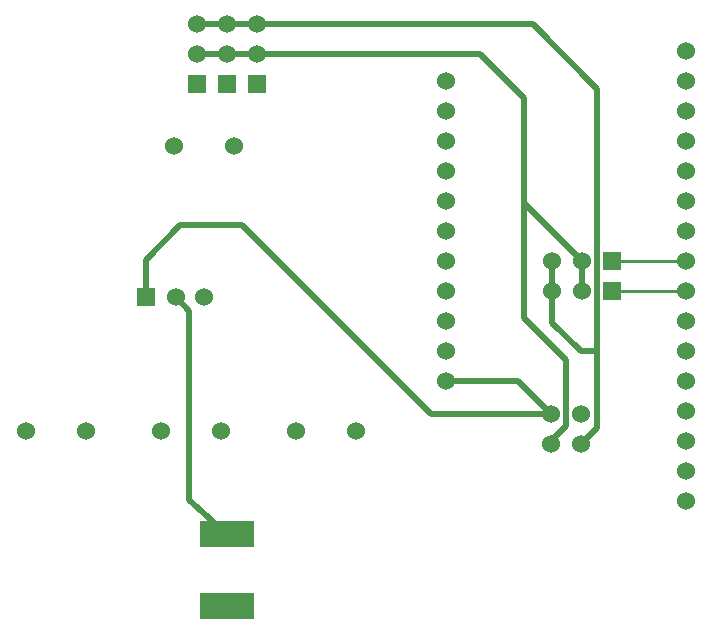
<source format=gtl>
G04*
G04 #@! TF.GenerationSoftware,Altium Limited,Altium Designer,18.0.12 (696)*
G04*
G04 Layer_Physical_Order=1*
G04 Layer_Color=255*
%FSLAX24Y24*%
%MOIN*%
G70*
G01*
G75*
%ADD10C,0.0100*%
%ADD14C,0.0200*%
%ADD15C,0.0600*%
%ADD16R,0.0600X0.0600*%
%ADD17R,0.1800X0.0900*%
D10*
X43600Y37550D02*
Y38300D01*
X44500Y29500D02*
Y29600D01*
X45550Y35600D02*
X45600D01*
X46550Y34600D02*
X49000D01*
X46550Y35600D02*
X49000D01*
X45450Y29500D02*
X45500D01*
D14*
Y32600D02*
X46050D01*
X44550Y33550D02*
X45500Y32600D01*
X43900Y43500D02*
X46050Y41350D01*
Y30050D02*
Y41350D01*
X45500Y29500D02*
X46050Y30050D01*
X43600Y33700D02*
Y41050D01*
X42750Y41900D02*
X43600Y41050D01*
X42150Y42500D02*
X42750Y41900D01*
X34700Y42500D02*
X42150D01*
X45550Y34600D02*
Y35600D01*
X43600Y37550D02*
X45550Y35600D01*
X32700Y42500D02*
X33700D01*
X34700D01*
X43600Y33700D02*
X45000Y32300D01*
Y30100D02*
Y32300D01*
X44500Y29600D02*
X45000Y30100D01*
X44550Y34600D02*
Y35600D01*
Y33550D02*
Y34600D01*
X32700Y43500D02*
X33700D01*
X34700D01*
X43900D01*
X41000Y31600D02*
X43400D01*
X44500Y30500D01*
X40500D02*
X44500D01*
X34200Y36800D02*
X40500Y30500D01*
X32150Y36800D02*
X34200D01*
X31000Y35650D02*
X32150Y36800D01*
X31000Y34400D02*
Y35650D01*
X32000Y34400D02*
X32450Y33950D01*
Y27650D02*
Y33950D01*
Y27650D02*
X33700Y26500D01*
D15*
X45500Y30500D02*
D03*
Y29500D02*
D03*
X44500Y30500D02*
D03*
Y29500D02*
D03*
X45550Y34600D02*
D03*
Y35600D02*
D03*
X44550Y34600D02*
D03*
Y35600D02*
D03*
X33950Y39450D02*
D03*
X31950D02*
D03*
X32950Y34400D02*
D03*
X32000D02*
D03*
X32700Y43500D02*
D03*
X33700D02*
D03*
X34700D02*
D03*
Y42500D02*
D03*
X33700D02*
D03*
X32700D02*
D03*
X38000Y29950D02*
D03*
X36000D02*
D03*
X33500D02*
D03*
X31500D02*
D03*
X29000D02*
D03*
X27000D02*
D03*
X41000Y31600D02*
D03*
Y32600D02*
D03*
Y33600D02*
D03*
Y34600D02*
D03*
Y35600D02*
D03*
Y36600D02*
D03*
Y37600D02*
D03*
Y38600D02*
D03*
Y39600D02*
D03*
Y40600D02*
D03*
Y41600D02*
D03*
X49000Y42600D02*
D03*
Y41600D02*
D03*
Y40600D02*
D03*
Y39600D02*
D03*
Y38600D02*
D03*
Y37600D02*
D03*
Y36600D02*
D03*
Y35600D02*
D03*
Y34600D02*
D03*
Y33600D02*
D03*
Y32600D02*
D03*
Y31600D02*
D03*
Y30600D02*
D03*
Y29600D02*
D03*
Y28600D02*
D03*
Y27600D02*
D03*
D16*
X46550Y34600D02*
D03*
Y35600D02*
D03*
X31000Y34400D02*
D03*
X34700Y41500D02*
D03*
X33700D02*
D03*
X32700D02*
D03*
D17*
X33700Y26500D02*
D03*
Y24100D02*
D03*
M02*

</source>
